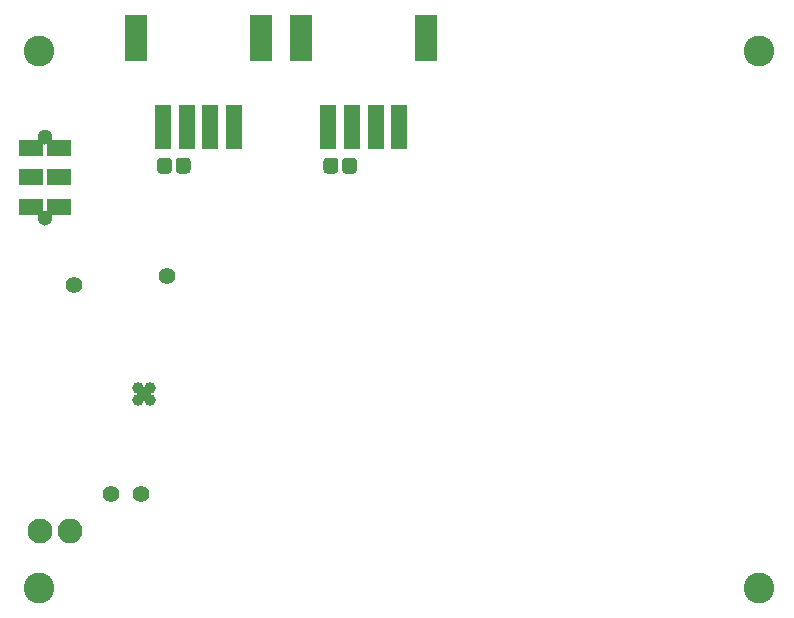
<source format=gbs>
G04 #@! TF.GenerationSoftware,KiCad,Pcbnew,5.1.6-c6e7f7d~86~ubuntu18.04.1*
G04 #@! TF.CreationDate,2020-07-16T01:51:11+09:00*
G04 #@! TF.ProjectId,WioTerminal_BatteryChassisAAA,57696f54-6572-46d6-996e-616c5f426174,rev?*
G04 #@! TF.SameCoordinates,PX206cc80PYfe6f74f0*
G04 #@! TF.FileFunction,Soldermask,Bot*
G04 #@! TF.FilePolarity,Negative*
%FSLAX46Y46*%
G04 Gerber Fmt 4.6, Leading zero omitted, Abs format (unit mm)*
G04 Created by KiCad (PCBNEW 5.1.6-c6e7f7d~86~ubuntu18.04.1) date 2020-07-16 01:51:11*
%MOMM*%
%LPD*%
G01*
G04 APERTURE LIST*
%ADD10C,2.600000*%
%ADD11C,2.100000*%
%ADD12O,2.100000X2.100000*%
%ADD13C,1.000000*%
%ADD14C,1.300000*%
%ADD15R,2.000000X1.400000*%
%ADD16R,1.400000X3.800000*%
%ADD17R,1.900000X4.000000*%
%ADD18C,1.400000*%
G04 APERTURE END LIST*
D10*
X-30500000Y22750000D03*
X-30500000Y-22750000D03*
X30500000Y-22750000D03*
X30500000Y22750000D03*
D11*
X-30400000Y-17900000D03*
D12*
X-27860000Y-17900000D03*
D13*
X-21600000Y-6300000D03*
X-22100000Y-6800000D03*
X-22100000Y-5800000D03*
X-21100000Y-6800000D03*
X-21100000Y-5800000D03*
D14*
X-30000000Y8600000D03*
X-30000000Y15400000D03*
D15*
X-28800000Y9500000D03*
X-28800000Y12000000D03*
X-28800000Y14500000D03*
X-31200000Y14500000D03*
X-31200000Y9500000D03*
X-31200000Y12000000D03*
G36*
G01*
X-5150000Y13356250D02*
X-5150000Y12643750D01*
G75*
G02*
X-5468750Y12325000I-318750J0D01*
G01*
X-6106250Y12325000D01*
G75*
G02*
X-6425000Y12643750I0J318750D01*
G01*
X-6425000Y13356250D01*
G75*
G02*
X-6106250Y13675000I318750J0D01*
G01*
X-5468750Y13675000D01*
G75*
G02*
X-5150000Y13356250I0J-318750D01*
G01*
G37*
G36*
G01*
X-3575000Y13356250D02*
X-3575000Y12643750D01*
G75*
G02*
X-3893750Y12325000I-318750J0D01*
G01*
X-4531250Y12325000D01*
G75*
G02*
X-4850000Y12643750I0J318750D01*
G01*
X-4850000Y13356250D01*
G75*
G02*
X-4531250Y13675000I318750J0D01*
G01*
X-3893750Y13675000D01*
G75*
G02*
X-3575000Y13356250I0J-318750D01*
G01*
G37*
G36*
G01*
X-17662500Y13356250D02*
X-17662500Y12643750D01*
G75*
G02*
X-17981250Y12325000I-318750J0D01*
G01*
X-18618750Y12325000D01*
G75*
G02*
X-18937500Y12643750I0J318750D01*
G01*
X-18937500Y13356250D01*
G75*
G02*
X-18618750Y13675000I318750J0D01*
G01*
X-17981250Y13675000D01*
G75*
G02*
X-17662500Y13356250I0J-318750D01*
G01*
G37*
G36*
G01*
X-19237500Y13356250D02*
X-19237500Y12643750D01*
G75*
G02*
X-19556250Y12325000I-318750J0D01*
G01*
X-20193750Y12325000D01*
G75*
G02*
X-20512500Y12643750I0J318750D01*
G01*
X-20512500Y13356250D01*
G75*
G02*
X-20193750Y13675000I318750J0D01*
G01*
X-19556250Y13675000D01*
G75*
G02*
X-19237500Y13356250I0J-318750D01*
G01*
G37*
D16*
X0Y16300000D03*
X-2000000Y16300000D03*
X-4000000Y16300000D03*
X-6000000Y16300000D03*
D17*
X-8300000Y23800000D03*
X2300000Y23800000D03*
X-11700000Y23800000D03*
X-22300000Y23800000D03*
D16*
X-20000000Y16300000D03*
X-18000000Y16300000D03*
X-16000000Y16300000D03*
X-14000000Y16300000D03*
D18*
X-21900000Y-14800000D03*
X-24400000Y-14800000D03*
X-19700000Y3700000D03*
X-27500000Y2900000D03*
M02*

</source>
